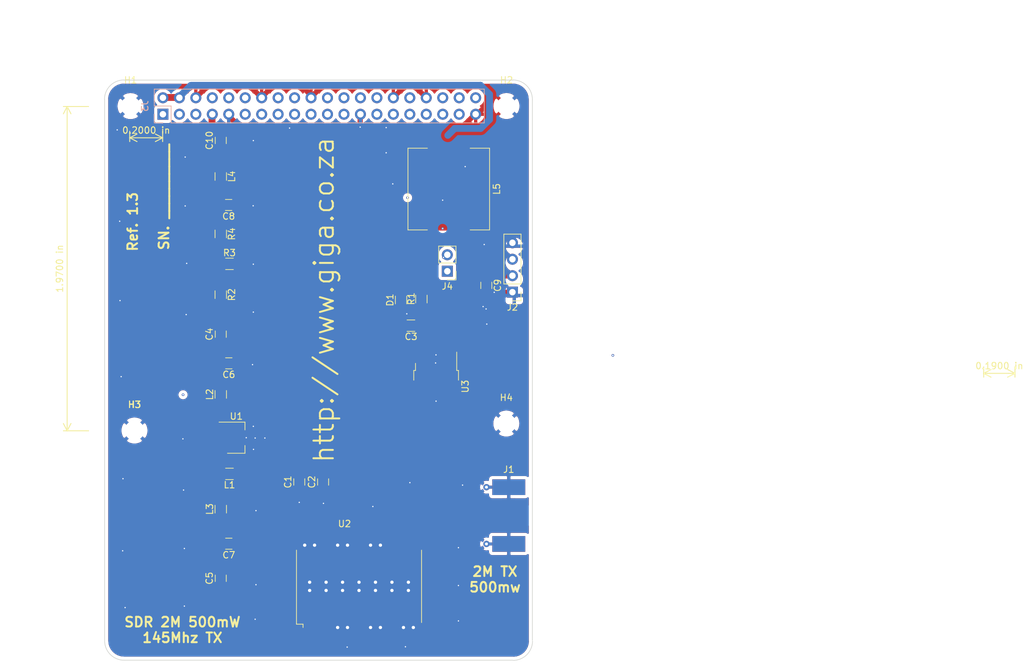
<source format=kicad_pcb>
(kicad_pcb (version 20171130) (host pcbnew "(5.1.9)-1")
  (title_block (title "Africube Transmitter") (date 2019-07-18) (rev V1.0) (company "Giga Technology"))
  (layers (0 F.Cu signal) (31 B.Cu signal) (34 B.Paste user) (35 F.Paste user) (36 B.SilkS user) (37 F.SilkS user) (38 B.Mask user) (39 F.Mask user) (44 Edge.Cuts user))
  (net 0 "")
  (net 1 GND)
  (net 2 +5V)
  (net 3 "Net-(C4-Pad1)")
  (net 4 "Net-(C4-Pad2)")
  (net 5 "Net-(C5-Pad1)")
  (net 6 "Net-(C5-Pad2)")
  (net 7 "Net-(C8-Pad2)")
  (net 8 "Net-(C10-Pad1)")
  (net 9 "Net-(D1-Pad2)")
  (net 10 "Net-(L1-Pad2)")
  (net 11 "Net-(L2-Pad1)")
  (net 12 "Net-(R2-Pad1)")
  (net 13 "Net-(J3-Pad2)")
  (net 14 "Net-(C9-Pad1)")
  (net 15 "Net-(C10-Pad2)")
  (net 16 "Net-(J1-Pad1)")
  (net 17 "Net-(J3-Pad40)")
  (net 18 "Net-(J3-Pad38)")
  (net 19 "Net-(J3-Pad37)")
  (net 20 "Net-(J3-Pad36)")
  (net 21 "Net-(J3-Pad35)")
  (net 22 "Net-(J3-Pad33)")
  (net 23 "Net-(J3-Pad32)")
  (net 24 "Net-(J3-Pad31)")
  (net 25 "Net-(J3-Pad29)")
  (net 26 "Net-(J3-Pad28)")
  (net 27 "Net-(J3-Pad27)")
  (net 28 "Net-(J3-Pad26)")
  (net 29 "Net-(J3-Pad24)")
  (net 30 "Net-(J3-Pad23)")
  (net 31 "Net-(J3-Pad22)")
  (net 32 "Net-(J3-Pad21)")
  (net 33 "Net-(J3-Pad19)")
  (net 34 "Net-(J3-Pad18)")
  (net 35 "Net-(J3-Pad17)")
  (net 36 "Net-(J3-Pad16)")
  (net 37 "Net-(J3-Pad15)")
  (net 38 "Net-(J3-Pad13)")
  (net 39 "Net-(J3-Pad12)")
  (net 40 "Net-(J3-Pad11)")
  (net 41 "Net-(J3-Pad10)")
  (net 42 "Net-(J3-Pad8)")
  (net 43 "Net-(J3-Pad5)")
  (net 44 "Net-(J3-Pad3)")
  (net 45 "Net-(J3-Pad1)")
  (net 46 "Net-(J4-Pad2)")
  (module Resistors_SMD:R_0805_HandSoldering (layer F.Cu) (at 70.33006 61.3918)
    (fp_text reference C3 (at 0.01778 1.70434) (layer F.SilkS))
    (fp_text value OC)
    (fp_line (start 0.6 0.88) (end -0.6 0.88) (layer F.SilkS) (width 0.12))
    (fp_line (start -0.6 -0.88) (end 0.6 -0.88) (layer F.SilkS) (width 0.12))
    (pad 2 smd rect (at 1.35 0) (size 1.5 1.3) (layers F.Cu F.Paste F.Mask))
    (pad 1 smd rect (at -1.35 0) (size 1.5 1.3) (layers F.Cu F.Paste F.Mask))
  )
  (module Resistors_SMD:R_0805_HandSoldering (layer F.Cu) (at 68.80098 57.43448 90)
    (fp_text reference D1 (at 0 -1.7 90) (layer F.SilkS))
    (fp_text value LED)
    (fp_line (start 0.6 0.88) (end -0.6 0.88) (layer F.SilkS) (width 0.12))
    (fp_line (start -0.6 -0.88) (end 0.6 -0.88) (layer F.SilkS) (width 0.12))
    (pad 2 smd rect (at 1.35 0 90) (size 1.5 1.3) (layers F.Cu F.Paste F.Mask))
    (pad 1 smd rect (at -1.35 0 90) (size 1.5 1.3) (layers F.Cu F.Paste F.Mask))
  )
  (module Resistors_SMD:R_0805_HandSoldering (layer F.Cu) (at 71.94296 57.29224 90)
    (fp_text reference R1 (at 0.04572 -1.57226 90) (layer F.SilkS))
    (fp_text value OC)
    (fp_line (start 0.6 0.88) (end -0.6 0.88) (layer F.SilkS) (width 0.12))
    (fp_line (start -0.6 -0.88) (end 0.6 -0.88) (layer F.SilkS) (width 0.12))
    (pad 2 smd rect (at 1.35 0 90) (size 1.5 1.3) (layers F.Cu F.Paste F.Mask))
    (pad 1 smd rect (at -1.35 0 90) (size 1.5 1.3) (layers F.Cu F.Paste F.Mask))
  )
  (module Connector_PinSocket_2.54mm:PinSocket_2x20_P2.54mm_Vertical (layer F.Cu) (at 32.0548 28.77312)
    (fp_text reference J3 (at -2.77 -1.27 90) (layer B.SilkS) (effects (justify mirror)))
    (fp_text value RPi_GPIO)
    (fp_line (start -1.33 0) (end -1.33 1.33) (layer B.SilkS) (width 0.12))
    (fp_line (start -1.33 1.33) (end 0 1.33) (layer B.SilkS) (width 0.12))
    (fp_line (start -1.33 -1.27) (end 1.27 -1.27) (layer B.SilkS) (width 0.12))
    (fp_line (start 1.27 -1.27) (end 1.27 1.33) (layer B.SilkS) (width 0.12))
    (fp_line (start 1.27 1.33) (end 49.59 1.33) (layer B.SilkS) (width 0.12))
    (fp_line (start 49.59 -3.87) (end 49.59 1.33) (layer B.SilkS) (width 0.12))
    (fp_line (start -1.33 -3.87) (end 49.59 -3.87) (layer B.SilkS) (width 0.12))
    (fp_line (start -1.33 -3.87) (end -1.33 -1.27) (layer B.SilkS) (width 0.12))
    (pad 1 thru_hole rect (at 0 0 270) (size 1.7 1.7) (drill 1) (layers *.Cu *.Mask) (net 45 "Net-(J3-Pad1)"))
    (pad 2 thru_hole oval (at 0 -2.54 270) (size 1.7 1.7) (drill 1) (layers *.Cu *.Mask) (net 13 "Net-(J3-Pad2)"))
    (pad 3 thru_hole oval (at 2.54 0 270) (size 1.7 1.7) (drill 1) (layers *.Cu *.Mask) (net 44 "Net-(J3-Pad3)"))
    (pad 4 thru_hole oval (at 2.54 -2.54 270) (size 1.7 1.7) (drill 1) (layers *.Cu *.Mask) (net 13 "Net-(J3-Pad2)"))
    (pad 5 thru_hole oval (at 5.08 0 270) (size 1.7 1.7) (drill 1) (layers *.Cu *.Mask) (net 43 "Net-(J3-Pad5)"))
    (pad 6 thru_hole oval (at 5.08 -2.54 270) (size 1.7 1.7) (drill 1) (layers *.Cu *.Mask) (net 1 GND))
    (pad 7 thru_hole oval (at 7.62 0 270) (size 1.7 1.7) (drill 1) (layers *.Cu *.Mask) (net 15 "Net-(C10-Pad2)"))
    (pad 8 thru_hole oval (at 7.62 -2.54 270) (size 1.7 1.7) (drill 1) (layers *.Cu *.Mask) (net 42 "Net-(J3-Pad8)"))
    (pad 9 thru_hole oval (at 10.16 0 270) (size 1.7 1.7) (drill 1) (layers *.Cu *.Mask) (net 1 GND))
    (pad 10 thru_hole oval (at 10.16 -2.54 270) (size 1.7 1.7) (drill 1) (layers *.Cu *.Mask) (net 41 "Net-(J3-Pad10)"))
    (pad 11 thru_hole oval (at 12.7 0 270) (size 1.7 1.7) (drill 1) (layers *.Cu *.Mask) (net 40 "Net-(J3-Pad11)"))
    (pad 12 thru_hole oval (at 12.7 -2.54 270) (size 1.7 1.7) (drill 1) (layers *.Cu *.Mask) (net 39 "Net-(J3-Pad12)"))
    (pad 13 thru_hole oval (at 15.24 0 270) (size 1.7 1.7) (drill 1) (layers *.Cu *.Mask) (net 38 "Net-(J3-Pad13)"))
    (pad 14 thru_hole oval (at 15.24 -2.54 270) (size 1.7 1.7) (drill 1) (layers *.Cu *.Mask) (net 1 GND))
    (pad 15 thru_hole oval (at 17.78 0 270) (size 1.7 1.7) (drill 1) (layers *.Cu *.Mask) (net 37 "Net-(J3-Pad15)"))
    (pad 16 thru_hole oval (at 17.78 -2.54 270) (size 1.7 1.7) (drill 1) (layers *.Cu *.Mask) (net 36 "Net-(J3-Pad16)"))
    (pad 17 thru_hole oval (at 20.32 0 270) (size 1.7 1.7) (drill 1) (layers *.Cu *.Mask) (net 35 "Net-(J3-Pad17)"))
    (pad 18 thru_hole oval (at 20.32 -2.54 270) (size 1.7 1.7) (drill 1) (layers *.Cu *.Mask) (net 34 "Net-(J3-Pad18)"))
    (pad 19 thru_hole oval (at 22.86 0 270) (size 1.7 1.7) (drill 1) (layers *.Cu *.Mask) (net 33 "Net-(J3-Pad19)"))
    (pad 20 thru_hole oval (at 22.86 -2.54 270) (size 1.7 1.7) (drill 1) (layers *.Cu *.Mask) (net 1 GND))
    (pad 21 thru_hole oval (at 25.4 0 270) (size 1.7 1.7) (drill 1) (layers *.Cu *.Mask) (net 32 "Net-(J3-Pad21)"))
    (pad 22 thru_hole oval (at 25.4 -2.54 270) (size 1.7 1.7) (drill 1) (layers *.Cu *.Mask) (net 31 "Net-(J3-Pad22)"))
    (pad 23 thru_hole oval (at 27.94 0 270) (size 1.7 1.7) (drill 1) (layers *.Cu *.Mask) (net 30 "Net-(J3-Pad23)"))
    (pad 24 thru_hole oval (at 27.94 -2.54 270) (size 1.7 1.7) (drill 1) (layers *.Cu *.Mask) (net 29 "Net-(J3-Pad24)"))
    (pad 25 thru_hole oval (at 30.48 0 270) (size 1.7 1.7) (drill 1) (layers *.Cu *.Mask) (net 1 GND))
    (pad 26 thru_hole oval (at 30.48 -2.54 270) (size 1.7 1.7) (drill 1) (layers *.Cu *.Mask) (net 28 "Net-(J3-Pad26)"))
    (pad 27 thru_hole oval (at 33.02 0 270) (size 1.7 1.7) (drill 1) (layers *.Cu *.Mask) (net 27 "Net-(J3-Pad27)"))
    (pad 28 thru_hole oval (at 33.02 -2.54 270) (size 1.7 1.7) (drill 1) (layers *.Cu *.Mask) (net 26 "Net-(J3-Pad28)"))
    (pad 29 thru_hole oval (at 35.56 0 270) (size 1.7 1.7) (drill 1) (layers *.Cu *.Mask) (net 25 "Net-(J3-Pad29)"))
    (pad 30 thru_hole oval (at 35.56 -2.54 270) (size 1.7 1.7) (drill 1) (layers *.Cu *.Mask) (net 1 GND))
    (pad 31 thru_hole oval (at 38.1 0 270) (size 1.7 1.7) (drill 1) (layers *.Cu *.Mask) (net 24 "Net-(J3-Pad31)"))
    (pad 32 thru_hole oval (at 38.1 -2.54 270) (size 1.7 1.7) (drill 1) (layers *.Cu *.Mask) (net 23 "Net-(J3-Pad32)"))
    (pad 33 thru_hole oval (at 40.64 0 270) (size 1.7 1.7) (drill 1) (layers *.Cu *.Mask) (net 22 "Net-(J3-Pad33)"))
    (pad 34 thru_hole oval (at 40.64 -2.54 270) (size 1.7 1.7) (drill 1) (layers *.Cu *.Mask) (net 1 GND))
    (pad 35 thru_hole oval (at 43.18 0 270) (size 1.7 1.7) (drill 1) (layers *.Cu *.Mask) (net 21 "Net-(J3-Pad35)"))
    (pad 36 thru_hole oval (at 43.18 -2.54 270) (size 1.7 1.7) (drill 1) (layers *.Cu *.Mask) (net 20 "Net-(J3-Pad36)"))
    (pad 37 thru_hole oval (at 45.72 0 270) (size 1.7 1.7) (drill 1) (layers *.Cu *.Mask) (net 19 "Net-(J3-Pad37)"))
    (pad 38 thru_hole oval (at 45.72 -2.54 270) (size 1.7 1.7) (drill 1) (layers *.Cu *.Mask) (net 18 "Net-(J3-Pad38)"))
    (pad 39 thru_hole oval (at 48.26 0 270) (size 1.7 1.7) (drill 1) (layers *.Cu *.Mask) (net 1 GND))
    (pad 40 thru_hole oval (at 48.26 -2.54 270) (size 1.7 1.7) (drill 1) (layers *.Cu *.Mask) (net 17 "Net-(J3-Pad40)"))
  )
  (module MountingHole:MountingHole_3mm (layer F.Cu) (at 85.04916 76.50286)
    (fp_text reference H4 (at 0 -4) (layer F.SilkS))
    (fp_text value 3mm_hole)
    (pad 1 np_thru_hole circle (at 0 0) (size 3 3) (drill 3) (layers *.Cu *.Mask) (net 1 GND))
  )
  (module MountingHole:MountingHole_3mm (layer F.Cu) (at 27.66876 77.57966)
    (fp_text reference H3 (at 0 -4) (layer F.SilkS))
    (fp_text value 3mm_hole)
    (pad 1 np_thru_hole circle (at 0 0) (size 3 3) (drill 3) (layers *.Cu *.Mask) (net 1 GND))
  )
  (module MountingHole:MountingHole_3mm (layer F.Cu) (at 27.66876 77.57966)
    (fp_text reference H3 (at 0 -4) (layer F.SilkS))
    (fp_text value 3mm_hole)
    (pad 1 np_thru_hole circle (at 0 0) (size 3 3) (drill 3) (layers *.Cu *.Mask) (net 1 GND))
  )
  (module MountingHole:MountingHole_3mm (layer F.Cu) (at 27.66876 77.57966)
    (fp_text reference H3 (at 0 -4) (layer F.SilkS))
    (fp_text value 3mm_hole)
    (pad 1 np_thru_hole circle (at 0 0) (size 3 3) (drill 3) (layers *.Cu *.Mask) (net 1 GND))
  )
  (module MountingHole:MountingHole_3mm (layer F.Cu) (at 27.66876 77.57966)
    (fp_text reference H3 (at 0 -4) (layer F.SilkS))
    (fp_text value 3mm_hole)
    (pad 1 np_thru_hole circle (at 0 0) (size 3 3) (drill 3) (layers *.Cu *.Mask) (net 1 GND))
  )
  (module MountingHole:MountingHole_3mm (layer F.Cu) (at 85.07456 27.50626)
    (fp_text reference H2 (at 0 -4) (layer F.SilkS))
    (fp_text value 3mm_hole)
    (pad 1 np_thru_hole circle (at 0 0) (size 3 3) (drill 3) (layers *.Cu *.Mask) (net 1 GND))
  )
  (module MountingHole:MountingHole_3mm (layer F.Cu) (at 27.05916 27.51626)
    (fp_text reference H1 (at 0 -4) (layer F.SilkS))
    (fp_text value 3mm_hole)
    (pad 1 np_thru_hole circle (at 0 0) (size 3 3) (drill 3) (layers *.Cu *.Mask) (net 1 GND))
  )
  (module Capacitors_SMD:C_0805_HandSoldering (layer F.Cu) (at 53.09616 85.51926 90)
    (fp_text reference C1 (at 0 -1.75 90) (layer F.SilkS))
    (fp_text value 100nF)
    (fp_line (start 0.5 -0.85) (end -0.5 -0.85) (layer F.SilkS) (width 0.12))
    (fp_line (start -0.5 0.85) (end 0.5 0.85) (layer F.SilkS) (width 0.12))
    (pad 1 smd rect (at -1.25 0 90) (size 1.5 1.25) (layers F.Cu F.Paste F.Mask) (net 1 GND))
    (pad 2 smd rect (at 1.25 0 90) (size 1.5 1.25) (layers F.Cu F.Paste F.Mask) (net 2 +5V))
  )
  (module Capacitors_SMD:C_0805_HandSoldering (layer F.Cu) (at 56.77916 85.51926 90)
    (fp_text reference C2 (at 0 -1.75 90) (layer F.SilkS))
    (fp_text value 100pF)
    (fp_line (start 0.5 -0.85) (end -0.5 -0.85) (layer F.SilkS) (width 0.12))
    (fp_line (start -0.5 0.85) (end 0.5 0.85) (layer F.SilkS) (width 0.12))
    (pad 1 smd rect (at -1.25 0 90) (size 1.5 1.25) (layers F.Cu F.Paste F.Mask) (net 1 GND))
    (pad 2 smd rect (at 1.25 0 90) (size 1.5 1.25) (layers F.Cu F.Paste F.Mask) (net 2 +5V))
  )
  (module Capacitors_SMD:C_0805_HandSoldering (layer F.Cu) (at 40.98036 62.71006 90)
    (fp_text reference C4 (at 0 -1.75 90) (layer F.SilkS))
    (fp_text value 100pF)
    (fp_line (start 0.5 -0.85) (end -0.5 -0.85) (layer F.SilkS) (width 0.12))
    (fp_line (start -0.5 0.85) (end 0.5 0.85) (layer F.SilkS) (width 0.12))
    (pad 1 smd rect (at -1.25 0 90) (size 1.5 1.25) (layers F.Cu F.Paste F.Mask) (net 3 "Net-(C4-Pad1)"))
    (pad 2 smd rect (at 1.25 0 90) (size 1.5 1.25) (layers F.Cu F.Paste F.Mask) (net 4 "Net-(C4-Pad2)"))
  )
  (module Capacitors_SMD:C_0805_HandSoldering (layer F.Cu) (at 40.98036 100.37826 90)
    (fp_text reference C5 (at 0 -1.75 90) (layer F.SilkS))
    (fp_text value 100pF)
    (fp_line (start 0.5 -0.85) (end -0.5 -0.85) (layer F.SilkS) (width 0.12))
    (fp_line (start -0.5 0.85) (end 0.5 0.85) (layer F.SilkS) (width 0.12))
    (pad 1 smd rect (at -1.25 0 90) (size 1.5 1.25) (layers F.Cu F.Paste F.Mask) (net 5 "Net-(C5-Pad1)"))
    (pad 2 smd rect (at 1.25 0 90) (size 1.5 1.25) (layers F.Cu F.Paste F.Mask) (net 6 "Net-(C5-Pad2)"))
  )
  (module Capacitors_SMD:C_0805_HandSoldering (layer F.Cu) (at 42.22496 67.20586 180)
    (fp_text reference C6 (at 0 -1.75 180) (layer F.SilkS))
    (fp_text value 12pF)
    (fp_line (start 0.5 -0.85) (end -0.5 -0.85) (layer F.SilkS) (width 0.12))
    (fp_line (start -0.5 0.85) (end 0.5 0.85) (layer F.SilkS) (width 0.12))
    (pad 1 smd rect (at -1.25 0 180) (size 1.5 1.25) (layers F.Cu F.Paste F.Mask) (net 1 GND))
    (pad 2 smd rect (at 1.25 0 180) (size 1.5 1.25) (layers F.Cu F.Paste F.Mask) (net 3 "Net-(C4-Pad1)"))
  )
  (module Capacitors_SMD:C_0805_HandSoldering (layer F.Cu) (at 42.22496 95.04426 180)
    (fp_text reference C7 (at 0 -1.75 180) (layer F.SilkS))
    (fp_text value 22pF)
    (fp_line (start 0.5 -0.85) (end -0.5 -0.85) (layer F.SilkS) (width 0.12))
    (fp_line (start -0.5 0.85) (end 0.5 0.85) (layer F.SilkS) (width 0.12))
    (pad 1 smd rect (at -1.25 0 180) (size 1.5 1.25) (layers F.Cu F.Paste F.Mask) (net 1 GND))
    (pad 2 smd rect (at 1.25 0 180) (size 1.5 1.25) (layers F.Cu F.Paste F.Mask) (net 6 "Net-(C5-Pad2)"))
  )
  (module Capacitors_SMD:C_0805_HandSoldering (layer F.Cu) (at 42.19956 42.77106 180)
    (fp_text reference C8 (at 0 -1.75 180) (layer F.SilkS))
    (fp_text value 10pF)
    (fp_line (start 0.5 -0.85) (end -0.5 -0.85) (layer F.SilkS) (width 0.12))
    (fp_line (start -0.5 0.85) (end 0.5 0.85) (layer F.SilkS) (width 0.12))
    (pad 1 smd rect (at -1.25 0 180) (size 1.5 1.25) (layers F.Cu F.Paste F.Mask) (net 1 GND))
    (pad 2 smd rect (at 1.25 0 180) (size 1.5 1.25) (layers F.Cu F.Paste F.Mask) (net 7 "Net-(C8-Pad2)"))
  )
  (module Capacitors_SMD:C_0805_HandSoldering (layer F.Cu) (at 81.95818 55.1815 270)
    (fp_text reference C9 (at 0 -1.75 270) (layer F.SilkS))
    (fp_text value "4.7uF 16V")
    (fp_line (start 0.5 -0.85) (end -0.5 -0.85) (layer F.SilkS) (width 0.12))
    (fp_line (start -0.5 0.85) (end 0.5 0.85) (layer F.SilkS) (width 0.12))
    (pad 1 smd rect (at -1.25 0 270) (size 1.5 1.25) (layers F.Cu F.Paste F.Mask) (net 14 "Net-(C9-Pad1)"))
    (pad 2 smd rect (at 1.25 0 270) (size 1.5 1.25) (layers F.Cu F.Paste F.Mask) (net 1 GND))
  )
  (module Capacitors_SMD:C_0805_HandSoldering (layer F.Cu) (at 40.98036 32.81426 90)
    (fp_text reference C10 (at 0 -1.75 90) (layer F.SilkS))
    (fp_text value 100pF)
    (fp_line (start 0.5 -0.85) (end -0.5 -0.85) (layer F.SilkS) (width 0.12))
    (fp_line (start -0.5 0.85) (end 0.5 0.85) (layer F.SilkS) (width 0.12))
    (pad 1 smd rect (at -1.25 0 90) (size 1.5 1.25) (layers F.Cu F.Paste F.Mask) (net 8 "Net-(C10-Pad1)"))
    (pad 2 smd rect (at 1.25 0 90) (size 1.5 1.25) (layers F.Cu F.Paste F.Mask) (net 15 "Net-(C10-Pad2)"))
  )
  (module Connectors_Molex:Molex_SMA_Jack_Edge_Mount (layer F.Cu) (at 83.70316 90.70086 180)
    (fp_text reference J1 (at -1.72 7.11 180) (layer F.SilkS))
    (fp_text value "SMA Edge FM")
    (pad 1 smd rect (at -1.72 0 180) (size 5.08 2.29) (layers F.Cu F.Paste F.Mask) (net 16 "Net-(J1-Pad1)"))
    (pad 2 smd rect (at -1.72 -4.38 180) (size 5.08 2.42) (layers F.Cu F.Paste F.Mask) (net 1 GND))
    (pad 2 smd rect (at -1.72 4.38 180) (size 5.08 2.42) (layers F.Cu F.Paste F.Mask) (net 1 GND))
    (pad 2 smd rect (at -1.72 -4.38 180) (size 5.08 2.42) (layers B.Cu B.Paste B.Mask) (net 1 GND))
    (pad 2 smd rect (at -1.72 4.38 180) (size 5.08 2.42) (layers B.Cu B.Paste B.Mask) (net 1 GND))
    (pad 2 thru_hole circle (at 1.72 -4.38 180) (size 0.97 0.97) (drill 0.46) (layers *.Cu) (net 1 GND))
    (pad 2 thru_hole circle (at 1.72 4.38 180) (size 0.97 0.97) (drill 0.46) (layers *.Cu) (net 1 GND))
    (pad 2 smd rect (at 1.27 -4.38 180) (size 0.89 0.46) (layers F.Cu) (net 1 GND))
    (pad 2 smd rect (at 1.27 4.38 180) (size 0.89 0.46) (layers F.Cu) (net 1 GND))
    (pad 2 smd rect (at 1.27 -4.38 180) (size 0.89 0.46) (layers B.Cu) (net 1 GND))
    (pad 2 smd rect (at 1.27 4.38 180) (size 0.89 0.46) (layers B.Cu) (net 1 GND))
  )
  (module Socket_Strips:Socket_Strip_Straight_1x04_Pitch2.54mm (layer F.Cu) (at 85.9917 56.22798 180)
    (fp_text reference J2 (at 0 -2.33 180) (layer F.SilkS))
    (fp_text value Conn_01x04)
    (fp_line (start -1.33 1.27) (end -1.33 8.95) (layer F.SilkS) (width 0.12))
    (fp_line (start -1.33 8.95) (end 1.33 8.95) (layer F.SilkS) (width 0.12))
    (fp_line (start 1.33 8.95) (end 1.33 1.27) (layer F.SilkS) (width 0.12))
    (fp_line (start 1.33 1.27) (end -1.33 1.27) (layer F.SilkS) (width 0.12))
    (fp_line (start -1.33 0) (end -1.33 -1.33) (layer F.SilkS) (width 0.12))
    (fp_line (start -1.33 -1.33) (end 0 -1.33) (layer F.SilkS) (width 0.12))
    (pad 1 thru_hole rect (at 0 0 180) (size 1.7 1.7) (drill 1) (layers *.Cu *.Mask) (net 1 GND))
    (pad 2 thru_hole oval (at 0 2.54 180) (size 1.7 1.7) (drill 1) (layers *.Cu *.Mask) (net 14 "Net-(C9-Pad1)"))
    (pad 3 thru_hole oval (at 0 5.08 180) (size 1.7 1.7) (drill 1) (layers *.Cu *.Mask) (net 2 +5V))
    (pad 4 thru_hole oval (at 0 7.62 180) (size 1.7 1.7) (drill 1) (layers *.Cu *.Mask) (net 1 GND))
  )
  (module Resistors_SMD:R_0805_HandSoldering (layer F.Cu) (at 42.32656 84.27466 180)
    (fp_text reference L1 (at 0 -1.7 180) (layer F.SilkS))
    (fp_text value 12nH)
    (fp_line (start 0.6 0.88) (end -0.6 0.88) (layer F.SilkS) (width 0.12))
    (fp_line (start -0.6 -0.88) (end 0.6 -0.88) (layer F.SilkS) (width 0.12))
    (pad 1 smd rect (at -1.35 0 180) (size 1.5 1.3) (layers F.Cu F.Paste F.Mask) (net 2 +5V))
    (pad 2 smd rect (at 1.35 0 180) (size 1.5 1.3) (layers F.Cu F.Paste F.Mask) (net 10 "Net-(L1-Pad2)"))
  )
  (module Resistors_SMD:R_0805_HandSoldering (layer F.Cu) (at 40.98036 72.00646 90)
    (fp_text reference L2 (at 0 -1.7 90) (layer F.SilkS))
    (fp_text value 0)
    (fp_line (start 0.6 0.88) (end -0.6 0.88) (layer F.SilkS) (width 0.12))
    (fp_line (start -0.6 -0.88) (end 0.6 -0.88) (layer F.SilkS) (width 0.12))
    (pad 1 smd rect (at -1.35 0 90) (size 1.5 1.3) (layers F.Cu F.Paste F.Mask) (net 11 "Net-(L2-Pad1)"))
    (pad 2 smd rect (at 1.35 0 90) (size 1.5 1.3) (layers F.Cu F.Paste F.Mask) (net 3 "Net-(C4-Pad1)"))
  )
  (module Resistors_SMD:R_0805_HandSoldering (layer F.Cu) (at 40.98036 89.71026 90)
    (fp_text reference L3 (at 0 -1.7 90) (layer F.SilkS))
    (fp_text value 0)
    (fp_line (start 0.6 0.88) (end -0.6 0.88) (layer F.SilkS) (width 0.12))
    (fp_line (start -0.6 -0.88) (end 0.6 -0.88) (layer F.SilkS) (width 0.12))
    (pad 1 smd rect (at -1.35 0 90) (size 1.5 1.3) (layers F.Cu F.Paste F.Mask) (net 6 "Net-(C5-Pad2)"))
    (pad 2 smd rect (at 1.35 0 90) (size 1.5 1.3) (layers F.Cu F.Paste F.Mask) (net 10 "Net-(L1-Pad2)"))
  )
  (module Resistors_SMD:R_0805_HandSoldering (layer F.Cu) (at 40.98036 38.37686 270)
    (fp_text reference L4 (at 0 -1.7 270) (layer F.SilkS))
    (fp_text value 0)
    (fp_line (start 0.6 0.88) (end -0.6 0.88) (layer F.SilkS) (width 0.12))
    (fp_line (start -0.6 -0.88) (end 0.6 -0.88) (layer F.SilkS) (width 0.12))
    (pad 1 smd rect (at -1.35 0 270) (size 1.5 1.3) (layers F.Cu F.Paste F.Mask) (net 8 "Net-(C10-Pad1)"))
    (pad 2 smd rect (at 1.35 0 270) (size 1.5 1.3) (layers F.Cu F.Paste F.Mask) (net 7 "Net-(C8-Pad2)"))
  )
  (module Resistors_SMD:R_0805_HandSoldering (layer F.Cu) (at 40.98036 56.61406 270)
    (fp_text reference R2 (at 0 -1.7 270) (layer F.SilkS))
    (fp_text value 0)
    (fp_line (start 0.6 0.88) (end -0.6 0.88) (layer F.SilkS) (width 0.12))
    (fp_line (start -0.6 -0.88) (end 0.6 -0.88) (layer F.SilkS) (width 0.12))
    (pad 1 smd rect (at -1.35 0 270) (size 1.5 1.3) (layers F.Cu F.Paste F.Mask) (net 12 "Net-(R2-Pad1)"))
    (pad 2 smd rect (at 1.35 0 270) (size 1.5 1.3) (layers F.Cu F.Paste F.Mask) (net 4 "Net-(C4-Pad2)"))
  )
  (module Resistors_SMD:R_0805_HandSoldering (layer F.Cu) (at 42.32656 51.86426)
    (fp_text reference R3 (at 0 -1.7) (layer F.SilkS))
    (fp_text value OC)
    (fp_line (start 0.6 0.88) (end -0.6 0.88) (layer F.SilkS) (width 0.12))
    (fp_line (start -0.6 -0.88) (end 0.6 -0.88) (layer F.SilkS) (width 0.12))
    (pad 1 smd rect (at -1.35 0) (size 1.5 1.3) (layers F.Cu F.Paste F.Mask) (net 12 "Net-(R2-Pad1)"))
    (pad 2 smd rect (at 1.35 0) (size 1.5 1.3) (layers F.Cu F.Paste F.Mask) (net 1 GND))
  )
  (module Resistors_SMD:R_0805_HandSoldering (layer F.Cu) (at 40.98036 47.24146 270)
    (fp_text reference R4 (at 0 -1.7 270) (layer F.SilkS))
    (fp_text value 0)
    (fp_line (start 0.6 0.88) (end -0.6 0.88) (layer F.SilkS) (width 0.12))
    (fp_line (start -0.6 -0.88) (end 0.6 -0.88) (layer F.SilkS) (width 0.12))
    (pad 1 smd rect (at -1.35 0 270) (size 1.5 1.3) (layers F.Cu F.Paste F.Mask) (net 7 "Net-(C8-Pad2)"))
    (pad 2 smd rect (at 1.35 0 270) (size 1.5 1.3) (layers F.Cu F.Paste F.Mask) (net 12 "Net-(R2-Pad1)"))
  )
  (module TO_SOT_Packages_SMD:SOT-89-3_Handsoldering (layer F.Cu) (at 42.93616 78.68666)
    (fp_text reference U1 (at 0.45 -3.3) (layer F.SilkS))
    (fp_text value TQP7M9105)
    (fp_line (start 1.78 1.2) (end 1.78 2.4) (layer F.SilkS) (width 0.12))
    (fp_line (start 1.78 2.4) (end -0.92 2.4) (layer F.SilkS) (width 0.12))
    (fp_line (start -2.22 -2.4) (end 1.78 -2.4) (layer F.SilkS) (width 0.12))
    (fp_line (start 1.78 -2.4) (end 1.78 -1.2) (layer F.SilkS) (width 0.12))
    (pad 1 smd rect (at -1.98 -1.5 270) (size 1 2.5) (layers F.Cu F.Paste F.Mask) (net 11 "Net-(L2-Pad1)"))
    (pad 2 smd rect (at -1.98 0 270) (size 1 2.5) (layers F.Cu F.Paste F.Mask) (net 1 GND))
    (pad 3 smd rect (at -1.98 1.5 270) (size 1 2.5) (layers F.Cu F.Paste F.Mask) (net 10 "Net-(L1-Pad2)"))
    (pad 2 smd rect (at 1.98 0 270) (size 2 4) (layers F.Cu F.Paste F.Mask) (net 1 GND))
    (pad 2 smd trapezoid (at -0.37 0 90) (size 1.5 0.75) (rect_delta 0 0.5) (layers F.Cu F.Paste F.Mask) (net 1 GND))
  )
  (module Pin_Headers:Pin_Header_Straight_1x02_Pitch2.54mm (layer F.Cu) (at 75.94346 52.9971 180)
    (fp_text reference J4 (at 0 -2.33 180) (layer F.SilkS))
    (fp_text value Conn_01x02)
    (fp_line (start -1.33 3.87) (end 1.33 3.87) (layer F.SilkS) (width 0.12))
    (fp_line (start -1.33 1.27) (end -1.33 3.87) (layer F.SilkS) (width 0.12))
    (fp_line (start 1.33 1.27) (end 1.33 3.87) (layer F.SilkS) (width 0.12))
    (fp_line (start -1.33 1.27) (end 1.33 1.27) (layer F.SilkS) (width 0.12))
    (fp_line (start -1.33 0) (end -1.33 -1.33) (layer F.SilkS) (width 0.12))
    (fp_line (start -1.33 -1.33) (end 0 -1.33) (layer F.SilkS) (width 0.12))
    (pad 1 thru_hole rect (at 0 0 180) (size 1.7 1.7) (drill 1) (layers *.Cu *.Mask) (net 9 "Net-(D1-Pad2)"))
    (pad 2 thru_hole oval (at 0 2.54 180) (size 1.7 1.7) (drill 1) (layers *.Cu *.Mask) (net 46 "Net-(J4-Pad2)"))
  )
  (module mini_filter:Mini-Circuits_HF1139_LandPatternPL-230 (layer F.Cu) (at 62.31636 101.62286 90)
    (fp_text reference U2 (at 9.652 -2.2352 180) (layer F.SilkS))
    (fp_text value SXBP-150+)
    (fp_line (start 5.588 -9.652) (end -5.842 -9.652) (layer F.SilkS) (width 0.12))
    (fp_line (start -5.842 -9.652) (end -5.842 -8.636) (layer F.SilkS) (width 0.12))
    (fp_line (start 5.588 9.652) (end -5.588 9.652) (layer F.SilkS) (width 0.12))
    (fp_line (start -5.842 -8.636) (end -6.35 -8.636) (layer F.SilkS) (width 0.12))
    (pad 1 smd rect (at -5.2705 -7.62) (size 1.524 1.397) (layers F.Cu F.Paste F.Mask) (net 5 "Net-(C5-Pad1)") (clearance 3.3782))
    (pad 2 smd rect (at 5.2705 -7.62) (size 1.524 1.397) (layers F.Cu F.Paste F.Mask) (net 1 GND))
    (pad 3 smd rect (at -5.2705 -2.54) (size 1.524 1.397) (layers F.Cu F.Paste F.Mask) (net 1 GND))
    (pad 4 smd rect (at 5.2705 -2.54) (size 1.524 1.397) (layers F.Cu F.Paste F.Mask) (net 1 GND))
    (pad 5 smd rect (at -5.2705 2.54) (size 1.524 1.397) (layers F.Cu F.Paste F.Mask) (net 1 GND))
    (pad 6 smd rect (at 5.2705 2.54) (size 1.524 1.397) (layers F.Cu F.Paste F.Mask) (net 1 GND))
    (pad 7 smd rect (at -5.2705 7.62) (size 1.524 1.397) (layers F.Cu F.Paste F.Mask) (net 1 GND))
    (pad 8 smd rect (at 5.2705 7.62) (size 1.524 1.397) (layers F.Cu F.Paste F.Mask) (net 16 "Net-(J1-Pad1)") (clearance 3.3782))
    (pad 7 thru_hole circle (at -6.35 6.858) (size 1.016 1.016) (drill 0.508) (layers *.Cu) (net 1 GND))
    (pad 7 thru_hole circle (at -6.35 8.382) (size 1.016 1.016) (drill 0.508) (layers *.Cu) (net 1 GND))
    (pad 5 thru_hole circle (at -6.35 3.302) (size 1.016 1.016) (drill 0.508) (layers *.Cu) (net 1 GND))
    (pad 5 thru_hole circle (at -6.35 1.778) (size 1.016 1.016) (drill 0.508) (layers *.Cu) (net 1 GND))
    (pad 6 thru_hole circle (at 6.35 1.778) (size 1.016 1.016) (drill 0.508) (layers *.Cu) (net 1 GND))
    (pad 6 thru_hole circle (at 6.35 3.302) (size 1.016 1.016) (drill 0.508) (layers *.Cu) (net 1 GND))
    (pad 4 thru_hole circle (at 6.35 -1.778) (size 1.016 1.016) (drill 0.508) (layers *.Cu) (net 1 GND))
    (pad 4 thru_hole circle (at 6.35 -3.302) (size 1.016 1.016) (drill 0.508) (layers *.Cu) (net 1 GND))
    (pad 2 thru_hole circle (at 6.35 -6.858) (size 1.016 1.016) (drill 0.508) (layers *.Cu) (net 1 GND))
    (pad 2 thru_hole circle (at 6.35 -8.382) (size 1.016 1.016) (drill 0.508) (layers *.Cu) (net 1 GND))
    (pad 3 thru_hole circle (at -6.35 -3.302) (size 1.016 1.016) (drill 0.508) (layers *.Cu) (net 1 GND))
    (pad 3 thru_hole circle (at -6.35 -1.778) (size 1.016 1.016) (drill 0.508) (layers *.Cu) (net 1 GND))
    (pad 7 thru_hole circle (at -0.635 0) (size 1.016 1.016) (drill 0.508) (layers *.Cu) (net 1 GND))
    (pad 7 thru_hole circle (at 0.635 0) (size 1.016 1.016) (drill 0.508) (layers *.Cu) (net 1 GND))
    (pad 7 thru_hole circle (at 0.635 2.54) (size 1.016 1.016) (drill 0.508) (layers *.Cu) (net 1 GND))
    (pad 7 thru_hole circle (at -0.635 2.54) (size 1.016 1.016) (drill 0.508) (layers *.Cu) (net 1 GND))
    (pad 7 thru_hole circle (at -0.635 5.08) (size 1.016 1.016) (drill 0.508) (layers *.Cu) (net 1 GND))
    (pad 7 thru_hole circle (at 0.635 5.08) (size 1.016 1.016) (drill 0.508) (layers *.Cu) (net 1 GND))
    (pad 7 thru_hole circle (at 0.635 7.62) (size 1.016 1.016) (drill 0.508) (layers *.Cu) (net 1 GND))
    (pad 7 thru_hole circle (at -0.635 7.62) (size 1.016 1.016) (drill 0.508) (layers *.Cu) (net 1 GND))
    (pad 7 thru_hole circle (at 0.635 -2.54) (size 1.016 1.016) (drill 0.508) (layers *.Cu) (net 1 GND))
    (pad 7 thru_hole circle (at -0.635 -2.54) (size 1.016 1.016) (drill 0.508) (layers *.Cu) (net 1 GND))
    (pad 7 thru_hole circle (at -0.635 -5.08) (size 1.016 1.016) (drill 0.508) (layers *.Cu) (net 1 GND))
    (pad 7 thru_hole circle (at 0.635 -5.08) (size 1.016 1.016) (drill 0.508) (layers *.Cu) (net 1 GND))
    (pad 7 thru_hole circle (at 0.635 -7.62) (size 1.016 1.016) (drill 0.508) (layers *.Cu) (net 1 GND))
    (pad 7 thru_hole circle (at -0.635 -7.62) (size 1.016 1.016) (drill 0.508) (layers *.Cu) (net 1 GND))
    (pad 7 smd rect (at 0 0) (size 18.796 2.3876) (layers F.Cu) (net 1 GND))
    (pad 7 smd rect (at -4.0259 2.794) (size 13.208 5.6642) (layers F.Cu) (net 1 GND))
    (pad 7 smd rect (at 4.0259 -2.794) (size 13.208 5.6642) (layers F.Cu) (net 1 GND))
  )
  (module TO_SOT_Packages_SMD:TO-252-3_TabPin4 (layer F.Cu) (at 74.21372 70.7771 270)
    (fp_text reference U3 (at 0 -4.5 270) (layer F.SilkS))
    (fp_text value BA178M05FP-E2)
    (fp_line (start -0.97 -3.45) (end -2.47 -3.45) (layer F.SilkS) (width 0.12))
    (fp_line (start -2.47 -3.45) (end -2.47 -3.18) (layer F.SilkS) (width 0.12))
    (fp_line (start -2.47 -3.18) (end -5.3 -3.18) (layer F.SilkS) (width 0.12))
    (fp_line (start -0.97 3.45) (end -2.47 3.45) (layer F.SilkS) (width 0.12))
    (fp_line (start -2.47 3.45) (end -2.47 3.18) (layer F.SilkS) (width 0.12))
    (fp_line (start -2.47 3.18) (end -3.57 3.18) (layer F.SilkS) (width 0.12))
    (pad 1 smd rect (at -4.2 -2.28 270) (size 2.2 1.2) (layers F.Cu F.Paste F.Mask) (net 14 "Net-(C9-Pad1)"))
    (pad 2 smd rect (at -4.2 0 270) (size 2.2 1.2) (layers F.Cu F.Paste F.Mask) (net 1 GND))
    (pad 3 smd rect (at -4.2 2.28 270) (size 2.2 1.2) (layers F.Cu F.Paste F.Mask) (net 2 +5V))
    (pad 4 smd rect (at 2.1 0 270) (size 6.4 5.8) (layers F.Cu F.Mask) (net 1 GND))
    (pad 4 smd rect (at 3.775 1.525 270) (size 3.05 2.75) (layers F.Cu F.Paste) (net 1 GND))
    (pad 4 smd rect (at 0.425 -1.525 270) (size 3.05 2.75) (layers F.Cu F.Paste) (net 1 GND))
    (pad 4 smd rect (at 3.775 -1.525 270) (size 3.05 2.75) (layers F.Cu F.Paste) (net 1 GND))
    (pad 4 smd rect (at 0.425 1.525 270) (size 3.05 2.75) (layers F.Cu F.Paste) (net 1 GND))
  )
  (module Inductor_SMD:L_12x12mm_H8mm (layer F.Cu) (at 76.16698 40.31742 270)
    (fp_text reference L5 (at 0 -7.4 90) (layer F.SilkS))
    (fp_text value 0)
    (fp_line (start 6.3 -6.3) (end 6.3 -3.3) (layer F.SilkS) (width 0.12))
    (fp_line (start -6.3 -6.3) (end 6.3 -6.3) (layer F.SilkS) (width 0.12))
    (fp_line (start -6.3 -3.3) (end -6.3 -6.3) (layer F.SilkS) (width 0.12))
    (fp_line (start -6.3 6.3) (end -6.3 3.3) (layer F.SilkS) (width 0.12))
    (fp_line (start 6.3 6.3) (end -6.3 6.3) (layer F.SilkS) (width 0.12))
    (fp_line (start 6.3 3.3) (end 6.3 6.3) (layer F.SilkS) (width 0.12))
    (pad 1 smd rect (at -4.95 0 270) (size 2.9 5.4) (layers F.Cu F.Paste F.Mask) (net 13 "Net-(J3-Pad2)"))
    (pad 2 smd rect (at 4.95 0 270) (size 2.9 5.4) (layers F.Cu F.Paste F.Mask) (net 46 "Net-(J4-Pad2)"))
  )
  (dimension 50.038 (width 0.15) (layer F.SilkS) (gr_text "50.038 mm" (at 15.98216 52.60086 90) (layer F.SilkS) (effects (font (size 1 1) (thickness 0.15)))) (feature1 (pts (xy 20.58416 27.58186) (xy 16.695739 27.58186))) (feature2 (pts (xy 20.58416 77.61986) (xy 16.695739 77.61986))) (crossbar (pts (xy 17.28216 77.61986) (xy 17.28216 27.58186))) (arrow1a (pts (xy 17.28216 27.58186) (xy 17.868581 28.708364))) (arrow1b (pts (xy 17.28216 27.58186) (xy 16.695739 28.708364))) (arrow2a (pts (xy 17.28216 77.61986) (xy 17.868581 76.493356))) (arrow2b (pts (xy 17.28216 77.61986) (xy 16.695739 76.493356))))
  (dimension 4.826 (width 0.15) (layer F.SilkS) (gr_text "4.826 mm" (at 161.12236 70.05526) (layer F.SilkS) (effects (font (size 1 1) (thickness 0.15)))) (feature1 (pts (xy 163.53536 67.73926) (xy 163.53536 69.341681))) (feature2 (pts (xy 158.70936 67.73926) (xy 158.70936 69.341681))) (crossbar (pts (xy 158.70936 68.75526) (xy 163.53536 68.75526))) (arrow1a (pts (xy 163.53536 68.75526) (xy 162.408856 69.341681))) (arrow1b (pts (xy 163.53536 68.75526) (xy 162.408856 68.168839))) (arrow2a (pts (xy 158.70936 68.75526) (xy 159.835864 69.341681))) (arrow2b (pts (xy 158.70936 68.75526) (xy 159.835864 68.168839))))
  (dimension 5.08 (width 0.15) (layer F.SilkS) (gr_text "5.080 mm" (at 29.47416 33.70786) (layer F.SilkS) (effects (font (size 1 1) (thickness 0.15)))) (feature1 (pts (xy 26.93416 31.39186) (xy 26.93416 32.994281))) (feature2 (pts (xy 32.01416 31.39186) (xy 32.01416 32.994281))) (crossbar (pts (xy 32.01416 32.40786) (xy 26.93416 32.40786))) (arrow1a (pts (xy 26.93416 32.40786) (xy 28.060664 31.821439))) (arrow1b (pts (xy 26.93416 32.40786) (xy 28.060664 32.994281))) (arrow2a (pts (xy 32.01416 32.40786) (xy 30.887656 31.821439))) (arrow2b (pts (xy 32.01416 32.40786) (xy 30.887656 32.994281))))
  (gr_text "SDR 2M 500mW\n145Mhz TX" (at 35.06216 108.35386) (layer F.SilkS) (effects (font (size 1.5 1.5) (thickness 0.3))))
  (gr_text "2M TX\n500mw" (at 83.29676 100.55606) (layer F.SilkS) (effects (font (size 1.5 1.5) (thickness 0.3))))
  (gr_text "SN. __________" (at 32.21736 41.55186 90) (layer F.SilkS) (effects (font (size 1.5 1.5) (thickness 0.3))))
  (gr_text "Ref. 1.3" (at 27.39136 45.36186 90) (layer F.SilkS) (effects (font (size 1.5 1.5) (thickness 0.3))))
  (gr_text http://www.giga.co.za (at 56.90616 57.42686 90) (layer F.SilkS) (effects (font (size 3 3) (thickness 0.3))))
  (gr_line (start 23.065516 26.51046) (end 23.065516 109.94286) (layer Edge.Cuts) (width 0.1))
  (gr_arc (start 26.040116 26.485071) (end 26.040116 23.485071) (angle -90) (layer Edge.Cuts) (width 0.1))
  (gr_line (start 86.065516 23.510471) (end 26.065516 23.510471) (layer Edge.Cuts) (width 0.1))
  (gr_arc (start 86.065516 26.485071) (end 89.065516 26.485071) (angle -90) (layer Edge.Cuts) (width 0.1))
  (gr_line (start 89.065516 26.51046) (end 89.065516 109.94286) (layer Edge.Cuts) (width 0.1))
  (gr_arc (start 26.065516 110.022471) (end 23.065516 110.022471) (angle -90) (layer Edge.Cuts) (width 0.1))
  (gr_line (start 26.03516 113.022471) (end 86.03516 113.022471) (layer Edge.Cuts) (width 0.1))
  (gr_arc (start 86.090916 110.047871) (end 86.090916 113.047871) (angle -89.9) (layer Edge.Cuts) (width 0.1))
  (via (at 35.16376 72.05726) (size 0.4) (drill 0.2) (layers F.Cu B.Cu) (net 0))
  (segment (start 71.80072 56.08448) (end 71.94296 55.94224) (width 0.15) (layer F.Cu) (net 0))
  (segment (start 68.80098 56.08448) (end 71.80072 56.08448) (width 0.15) (layer F.Cu) (net 0))
  (segment (start 68.80098 61.21272) (end 68.98006 61.3918) (width 0.15) (layer F.Cu) (net 0))
  (segment (start 68.80098 58.78448) (end 68.80098 61.21272) (width 0.15) (layer F.Cu) (net 0))
  (segment (start 71.94296 61.1289) (end 71.68006 61.3918) (width 0.15) (layer F.Cu) (net 0))
  (segment (start 71.94296 58.64224) (end 71.94296 61.1289) (width 0.15) (layer F.Cu) (net 0))
  (via (at 66.50736 34.71926) (size 0.4) (drill 0.2) (layers F.Cu B.Cu) (net 1))
  (via (at 78.69936 36.85286) (size 0.4) (drill 0.2) (layers F.Cu B.Cu) (net 1))
  (via (at 81.6356 48.87722) (size 0.4) (drill 0.2) (layers F.Cu B.Cu) (net 1))
  (via (at 75.21956 42.03446) (size 0.4) (drill 0.2) (layers F.Cu B.Cu) (net 1))
  (via (at 82.03184 61.15558) (size 0.4) (drill 0.2) (layers F.Cu B.Cu) (net 1))
  (via (at 69.68744 59.56808) (size 0.4) (drill 0.2) (layers F.Cu B.Cu) (net 1))
  (via (at 74.20356 73.04786) (size 0.4) (drill 0.2) (layers F.Cu B.Cu) (net 1))
  (via (at 69.47916 110.94466) (size 0.4) (drill 0.2) (layers F.Cu B.Cu) (net 1))
  (via (at 60.48756 110.99546) (size 0.4) (drill 0.2) (layers F.Cu B.Cu) (net 1))
  (via (at 26.22296 104.89946) (size 0.4) (drill 0.2) (layers F.Cu B.Cu) (net 1))
  (via (at 25.84196 96.13646) (size 0.4) (drill 0.2) (layers F.Cu B.Cu) (net 1))
  (via (at 25.89276 85.01126) (size 0.4) (drill 0.2) (layers F.Cu B.Cu) (net 1))
  (via (at 25.61336 69.26326) (size 0.4) (drill 0.2) (layers F.Cu B.Cu) (net 1))
  (via (at 25.43556 57.52846) (size 0.4) (drill 0.2) (layers F.Cu B.Cu) (net 1))
  (via (at 25.38476 45.28566) (size 0.4) (drill 0.2) (layers F.Cu B.Cu) (net 1))
  (via (at 25.00376 31.18866) (size 0.4) (drill 0.2) (layers F.Cu B.Cu) (net 1))
  (via (at 51.59756 30.90926) (size 0.4) (drill 0.2) (layers F.Cu B.Cu) (net 1))
  (segment (start 51.59756 30.90926) (end 51.59756 30.83306) (width 0.8) (layer F.Cu) (net 1))
  (via (at 83.18246 56.25338) (size 0.4) (drill 0.2) (layers F.Cu B.Cu) (net 1))
  (segment (start 83.18246 56.25338) (end 83.18246 56.22798) (width 0.8) (layer B.Cu) (net 1))
  (via (at 67.52336 39.51986) (size 0.4) (drill 0.2) (layers F.Cu B.Cu) (net 1))
  (via (at 66.50736 30.83306) (size 0.4) (drill 0.2) (layers F.Cu B.Cu) (net 1))
  (segment (start 66.50736 30.83306) (end 66.50736 30.80766) (width 0.8) (layer B.Cu) (net 1))
  (via (at 74.1934 65.90538) (size 0.4) (drill 0.2) (layers F.Cu B.Cu) (net 1))
  (via (at 74.13244 67.15506) (size 0.4) (drill 0.2) (layers F.Cu B.Cu) (net 1))
  (via (at 81.46542 58.45302) (size 0.4) (drill 0.2) (layers F.Cu B.Cu) (net 1))
  (via (at 81.92516 58.81878) (size 0.4) (drill 0.2) (layers F.Cu B.Cu) (net 1))
  (segment (start 81.9658 58.83148) (end 81.915 58.83148) (width 0.8) (layer B.Cu) (net 1))
  (via (at 77.65796 106.95686) (size 0.4) (drill 0.2) (layers F.Cu B.Cu) (net 1))
  (via (at 77.65796 101.49586) (size 0.4) (drill 0.2) (layers F.Cu B.Cu) (net 1))
  (via (at 77.65796 95.65386) (size 0.4) (drill 0.2) (layers F.Cu B.Cu) (net 1))
  (via (at 64.44996 89.30386) (size 0.4) (drill 0.2) (layers F.Cu B.Cu) (net 1))
  (via (at 70.16496 85.62086) (size 0.4) (drill 0.2) (layers F.Cu B.Cu) (net 1))
  (via (at 78.29296 86.00186) (size 0.4) (drill 0.2) (layers F.Cu B.Cu) (net 1))
  (via (at 46.28896 106.70286) (size 0.4) (drill 0.2) (layers F.Cu B.Cu) (net 1))
  (via (at 46.41596 101.36886) (size 0.4) (drill 0.2) (layers F.Cu B.Cu) (net 1))
  (via (at 46.41596 89.93886) (size 0.4) (drill 0.2) (layers F.Cu B.Cu) (net 1))
  (via (at 35.36696 104.67086) (size 0.4) (drill 0.2) (layers F.Cu B.Cu) (net 1))
  (via (at 35.36696 95.78086) (size 0.4) (drill 0.2) (layers F.Cu B.Cu) (net 1))
  (via (at 35.23996 86.76386) (size 0.4) (drill 0.2) (layers F.Cu B.Cu) (net 1))
  (via (at 35.49396 35.37966) (size 0.4) (drill 0.2) (layers F.Cu B.Cu) (net 1))
  (via (at 35.49396 42.92346) (size 0.4) (drill 0.2) (layers F.Cu B.Cu) (net 1))
  (via (at 35.72256 51.78806) (size 0.4) (drill 0.2) (layers F.Cu B.Cu) (net 1))
  (via (at 35.64636 59.68746) (size 0.4) (drill 0.2) (layers F.Cu B.Cu) (net 1))
  (via (at 35.13836 78.86446) (size 0.4) (drill 0.2) (layers F.Cu B.Cu) (net 1))
  (via (at 56.82996 88.82126) (size 0.4) (drill 0.2) (layers F.Cu B.Cu) (net 1))
  (via (at 53.09616 88.66886) (size 0.4) (drill 0.2) (layers F.Cu B.Cu) (net 1))
  (via (at 47.78756 78.73746) (size 0.4) (drill 0.2) (layers F.Cu B.Cu) (net 1))
  (via (at 46.03496 80.49006) (size 0.4) (drill 0.2) (layers F.Cu B.Cu) (net 1))
  (via (at 46.00956 76.93406) (size 0.4) (drill 0.2) (layers F.Cu B.Cu) (net 1))
  (via (at 46.28896 78.73746) (size 0.4) (drill 0.2) (layers F.Cu B.Cu) (net 1))
  (segment (start 46.28896 78.73746) (end 46.23816 78.68666) (width 0.8) (layer F.Cu) (net 1))
  (segment (start 46.23816 78.68666) (end 44.91616 78.68666) (width 0.8) (layer F.Cu) (net 1))
  (via (at 46.00956 59.30646) (size 0.4) (drill 0.2) (layers F.Cu B.Cu) (net 1))
  (via (at 62.49416 30.75686) (size 0.4) (drill 0.2) (layers F.Cu B.Cu) (net 1))
  (segment (start 62.49416 30.52826) (end 62.26556 30.52826) (width 0.8) (layer F.Cu) (net 1))
  (segment (start 62.26556 30.52826) (end 62.49416 30.75686) (width 0.8) (layer F.Cu) (net 1))
  (via (at 46.00956 32.83966) (size 0.4) (drill 0.2) (layers F.Cu B.Cu) (net 1))
  (via (at 45.98416 42.89806) (size 0.4) (drill 0.2) (layers F.Cu B.Cu) (net 1))
  (segment (start 45.98416 42.89806) (end 46.00956 42.89806) (width 0.8) (layer F.Cu) (net 1))
  (via (at 46.00956 51.91506) (size 0.4) (drill 0.2) (layers F.Cu B.Cu) (net 1))
  (via (at 45.88256 67.40906) (size 0.4) (drill 0.2) (layers F.Cu B.Cu) (net 1))
  (segment (start 45.88256 67.40906) (end 46.00956 67.40906) (width 0.8) (layer F.Cu) (net 1))
  (via (at 44.91616 78.68666) (size 0.4) (drill 0.2) (layers F.Cu B.Cu) (net 1))
  (segment (start 44.91616 78.68666) (end 44.89196 78.68666) (width 0.8) (layer B.Cu) (net 1))
  (segment (start 42.56616 78.68666) (end 44.91616 78.68666) (width 0.8) (layer F.Cu) (net 1))
  (segment (start 53.93436 95.27286) (end 43.70356 95.27286) (width 0.8) (layer F.Cu) (net 1))
  (segment (start 43.70356 95.27286) (end 43.47496 95.04426) (width 0.8) (layer F.Cu) (net 1))
  (segment (start 46.00956 64.66586) (end 46.00956 67.40906) (width 0.8) (layer F.Cu) (net 1))
  (segment (start 46.00956 67.40906) (end 46.00956 76.93406) (width 0.8) (layer F.Cu) (net 1))
  (segment (start 46.00956 76.93406) (end 46.00956 77.59326) (width 0.8) (layer F.Cu) (net 1))
  (segment (start 46.00956 77.59326) (end 44.91616 78.68666) (width 0.8) (layer F.Cu) (net 1))
  (segment (start 46.00956 49.01946) (end 46.00956 51.91506) (width 0.8) (layer F.Cu) (net 1))
  (segment (start 46.00956 51.91506) (end 46.00956 59.30646) (width 0.8) (layer F.Cu) (net 1))
  (segment (start 46.00956 59.30646) (end 46.00956 64.66586) (width 0.8) (layer F.Cu) (net 1))
  (segment (start 46.00956 64.66586) (end 46.00956 64.67126) (width 0.8) (layer F.Cu) (net 1))
  (segment (start 46.00956 64.67126) (end 43.47496 67.20586) (width 0.8) (layer F.Cu) (net 1))
  (segment (start 46.00956 40.21106) (end 46.00956 42.89806) (width 0.8) (layer F.Cu) (net 1))
  (segment (start 46.00956 42.89806) (end 46.00956 49.01946) (width 0.8) (layer F.Cu) (net 1))
  (segment (start 46.00956 49.01946) (end 46.00956 49.53126) (width 0.8) (layer F.Cu) (net 1))
  (segment (start 46.00956 49.53126) (end 43.67656 51.86426) (width 0.8) (layer F.Cu) (net 1))
  (segment (start 42.17416 28.72486) (end 42.17416 29.00426) (width 0.8) (layer F.Cu) (net 1))
  (segment (start 42.17416 29.00426) (end 46.00956 32.83966) (width 0.8) (layer F.Cu) (net 1))
  (segment (start 46.00956 40.21106) (end 43.44956 42.77106) (width 0.8) (layer F.Cu) (net 1))
  (segment (start 46.00956 32.83966) (end 46.00956 40.21106) (width 0.8) (layer F.Cu) (net 1))
  (segment (start 80.27416 28.72486) (end 80.27416 29.02966) (width 0.8) (layer F.Cu) (net 1))
  (segment (start 62.49416 28.72486) (end 62.49416 30.52826) (width 0.8) (layer F.Cu) (net 1))
  (segment (start 62.49416 30.52826) (end 62.49416 30.29966) (width 0.8) (layer F.Cu) (net 1))
  (segment (start 62.49416 30.29966) (end 61.96076 30.83306) (width 0.8) (layer F.Cu) (net 1))
  (segment (start 42.17416 29.00426) (end 44.00296 30.83306) (width 0.8) (layer F.Cu) (net 1))
  (segment (start 44.00296 30.83306) (end 51.59756 30.83306) (width 0.8) (layer F.Cu) (net 1))
  (segment (start 51.59756 30.83306) (end 61.96076 30.83306) (width 0.8) (layer F.Cu) (net 1))
  (segment (start 61.96076 30.83306) (end 66.50736 30.83306) (width 0.8) (layer F.Cu) (net 1))
  (segment (start 66.50736 30.83306) (end 78.16596 30.83306) (width 0.8) (layer F.Cu) (net 1))
  (segment (start 78.16596 30.83306) (end 80.27416 28.72486) (width 0.8) (layer F.Cu) (net 1))
  (segment (start 37.09416 26.18486) (end 37.17036 26.18486) (width 0.8) (layer F.Cu) (net 1))
  (segment (start 37.17036 26.18486) (end 39.04996 24.30526) (width 0.8) (layer F.Cu) (net 1))
  (segment (start 39.04996 24.30526) (end 45.37456 24.30526) (width 0.8) (layer F.Cu) (net 1))
  (segment (start 45.37456 24.30526) (end 47.25416 26.18486) (width 0.8) (layer F.Cu) (net 1))
  (segment (start 54.87416 26.18486) (end 54.87416 25.82926) (width 0.8) (layer F.Cu) (net 1))
  (segment (start 54.87416 25.82926) (end 53.35016 24.30526) (width 0.8) (layer F.Cu) (net 1))
  (segment (start 49.13376 24.30526) (end 47.25416 26.18486) (width 0.8) (layer F.Cu) (net 1))
  (segment (start 53.35016 24.30526) (end 49.13376 24.30526) (width 0.8) (layer F.Cu) (net 1))
  (segment (start 69.50456 24.30526) (end 56.75376 24.30526) (width 0.8) (layer F.Cu) (net 1))
  (segment (start 56.75376 24.30526) (end 54.87416 26.18486) (width 0.8) (layer F.Cu) (net 1))
  (segment (start 80.27416 28.72486) (end 80.62976 28.72486) (width 0.8) (layer F.Cu) (net 1))
  (segment (start 80.62976 28.72486) (end 82.15376 27.20086) (width 0.8) (layer F.Cu) (net 1))
  (segment (start 82.15376 27.20086) (end 82.15376 25.39746) (width 0.8) (layer F.Cu) (net 1))
  (segment (start 82.15376 25.39746) (end 81.08696 24.33066) (width 0.8) (layer F.Cu) (net 1))
  (segment (start 81.08696 24.33066) (end 70.13956 24.33066) (width 0.8) (layer F.Cu) (net 1))
  (segment (start 70.13956 24.33066) (end 70.13956 24.30526) (width 0.8) (layer F.Cu) (net 1))
  (segment (start 67.57416 26.18486) (end 67.62496 26.18486) (width 0.8) (layer F.Cu) (net 1))
  (segment (start 67.62496 26.18486) (end 69.50456 24.30526) (width 0.8) (layer F.Cu) (net 1))
  (segment (start 69.50456 24.30526) (end 70.13956 24.30526) (width 0.8) (layer F.Cu) (net 1))
  (segment (start 70.13956 24.30526) (end 70.77456 24.30526) (width 0.8) (layer F.Cu) (net 1))
  (segment (start 70.77456 24.30526) (end 72.65416 26.18486) (width 0.8) (layer F.Cu) (net 1))
  (segment (start 86.00186 56.25338) (end 83.18246 56.25338) (width 0.8) (layer F.Cu) (net 1))
  (segment (start 82.1363 56.25338) (end 81.95818 56.4315) (width 0.8) (layer F.Cu) (net 1))
  (segment (start 83.18246 56.25338) (end 82.1363 56.25338) (width 0.8) (layer F.Cu) (net 1))
  (segment (start 81.95818 58.78576) (end 81.92516 58.81878) (width 0.8) (layer F.Cu) (net 1))
  (segment (start 81.95818 56.4315) (end 81.95818 58.78576) (width 0.8) (layer F.Cu) (net 1))
  (segment (start 56.77916 84.26926) (end 62.09316 84.26926) (width 0.8) (layer F.Cu) (net 2))
  (segment (start 43.67656 84.27466) (end 53.09076 84.27466) (width 0.8) (layer F.Cu) (net 2))
  (segment (start 53.09076 84.27466) (end 53.09616 84.26926) (width 0.8) (layer F.Cu) (net 2))
  (segment (start 53.09616 84.26926) (end 56.77916 84.26926) (width 0.8) (layer F.Cu) (net 2))
  (segment (start 40.97496 67.20586) (end 40.97496 70.65106) (width 1.05758) (layer F.Cu) (net 3))
  (segment (start 40.97496 70.65106) (end 40.98036 70.65646) (width 1.05758) (layer F.Cu) (net 3))
  (segment (start 40.98036 63.96006) (end 40.98036 67.20046) (width 1.05758) (layer F.Cu) (net 3))
  (segment (start 40.98036 67.20046) (end 40.97496 67.20586) (width 1.05758) (layer F.Cu) (net 3))
  (segment (start 40.98036 57.96406) (end 40.98036 61.46006) (width 1.05758) (layer F.Cu) (net 4))
  (segment (start 54.69636 106.89336) (end 54.69636 109.82706) (width 1.05758) (layer F.Cu) (net 5))
  (segment (start 40.98036 107.79506) (end 40.98036 101.62826) (width 1.05758) (layer F.Cu) (net 5))
  (segment (start 43.95216 110.76686) (end 40.98036 107.79506) (width 1.05758) (layer F.Cu) (net 5))
  (segment (start 53.75656 110.76686) (end 43.95216 110.76686) (width 1.05758) (layer F.Cu) (net 5))
  (segment (start 54.69636 109.82706) (end 53.75656 110.76686) (width 1.05758) (layer F.Cu) (net 5))
  (segment (start 40.98036 101.62826) (end 40.98036 102.08006) (width 1.05758) (layer F.Cu) (net 5))
  (segment (start 54.68366 106.88066) (end 54.69636 106.89336) (width 1.05758) (layer F.Cu) (net 5))
  (segment (start 40.97496 95.04426) (end 40.97496 99.12286) (width 1.05758) (layer F.Cu) (net 6))
  (segment (start 40.97496 99.12286) (end 40.98036 99.12826) (width 1.05758) (layer F.Cu) (net 6))
  (segment (start 40.98036 91.06026) (end 40.98036 95.03886) (width 1.05758) (layer F.Cu) (net 6))
  (segment (start 40.98036 95.03886) (end 40.97496 95.04426) (width 1.05758) (layer F.Cu) (net 6))
  (segment (start 40.94956 42.77106) (end 40.94956 45.86066) (width 1.05758) (layer F.Cu) (net 7))
  (segment (start 40.94956 45.86066) (end 40.98036 45.89146) (width 1.05758) (layer F.Cu) (net 7))
  (segment (start 40.98036 39.72686) (end 40.98036 42.74026) (width 1.05758) (layer F.Cu) (net 7))
  (segment (start 40.98036 42.74026) (end 40.94956 42.77106) (width 1.05758) (layer F.Cu) (net 7))
  (segment (start 40.98036 34.06426) (end 40.98036 37.02686) (width 1.05758) (layer F.Cu) (net 8))
  (segment (start 40.97656 84.27466) (end 40.97656 88.35646) (width 1.05758) (layer F.Cu) (net 10))
  (segment (start 40.97656 88.35646) (end 40.98036 88.36026) (width 1.05758) (layer F.Cu) (net 10))
  (segment (start 40.95616 80.18666) (end 40.95616 84.25426) (width 1.05758) (layer F.Cu) (net 10))
  (segment (start 40.95616 84.25426) (end 40.97656 84.27466) (width 1.05758) (layer F.Cu) (net 10))
  (segment (start 40.98036 73.35646) (end 40.98036 77.16246) (width 1.05758) (layer F.Cu) (net 11))
  (segment (start 40.98036 77.16246) (end 40.95616 77.18666) (width 1.05758) (layer F.Cu) (net 11))
  (segment (start 40.97656 51.86426) (end 40.97656 55.26026) (width 1.05758) (layer F.Cu) (net 12))
  (segment (start 40.97656 55.26026) (end 40.98036 55.26406) (width 1.05758) (layer F.Cu) (net 12))
  (segment (start 40.98036 48.59146) (end 40.98036 51.86046) (width 1.05758) (layer F.Cu) (net 12))
  (segment (start 40.98036 51.86046) (end 40.97656 51.86426) (width 1.05758) (layer F.Cu) (net 12))
  (segment (start 32.01416 26.18486) (end 34.55416 26.18486) (width 1.05758) (layer F.Cu) (net 13))
  (segment (start 34.55416 26.18486) (end 34.55416 26.15946) (width 1.05758) (layer B.Cu) (net 13))
  (segment (start 34.48304 26.19756) (end 36.33724 24.34336) (width 1.05758) (layer B.Cu) (net 13))
  (segment (start 77.089 30.96006) (end 76.01712 32.03194) (width 1.05758) (layer B.Cu) (net 13))
  (segment (start 81.08696 30.96006) (end 77.089 30.96006) (width 1.05758) (layer B.Cu) (net 13))
  (segment (start 82.45856 25.70226) (end 82.45856 29.58846) (width 1.05758) (layer B.Cu) (net 13))
  (segment (start 82.45856 29.58846) (end 81.08696 30.96006) (width 1.05758) (layer B.Cu) (net 13))
  (segment (start 81.06156 24.30526) (end 82.45856 25.70226) (width 1.05758) (layer B.Cu) (net 13))
  (segment (start 36.40836 24.30526) (end 81.06156 24.30526) (width 1.05758) (layer B.Cu) (net 13))
  (segment (start 86.31682 53.77942) (end 86.44382 53.77942) (width 0.8) (layer F.Cu) (net 14))
  (segment (start 80.70882 54.27694) (end 79.86014 55.12562) (width 0.8) (layer F.Cu) (net 14))
  (segment (start 81.05648 54.27694) (end 80.70882 54.27694) (width 0.8) (layer F.Cu) (net 14))
  (segment (start 81.10188 54.23154) (end 81.05648 54.27694) (width 0.8) (layer F.Cu) (net 14))
  (segment (start 86.00186 53.71338) (end 80.81486 53.71338) (width 0.8) (layer F.Cu) (net 14))
  (segment (start 39.63416 28.72486) (end 39.63416 30.21806) (width 1.05758) (layer F.Cu) (net 15))
  (segment (start 39.63416 30.21806) (end 40.98036 31.56426) (width 1.05758) (layer F.Cu) (net 15))
  (segment (start 69.93636 96.35236) (end 69.93636 93.03766) (width 1.05758) (layer F.Cu) (net 16))
  (segment (start 72.27316 90.70086) (end 85.42316 90.70086) (width 1.05758) (layer F.Cu) (net 16))
  (segment (start 69.93636 93.03766) (end 72.27316 90.70086) (width 1.05758) (layer F.Cu) (net 16))
  (via (at 75.34656 50.87366) (size 0.4) (drill 0.2) (layers F.Cu B.Cu) (net 46))
  (via (at 75.21956 46.40326) (size 0.4) (drill 0.2) (layers F.Cu B.Cu) (net 46))
  (via (at 69.80936 41.65346) (size 0.4) (drill 0.2) (layers F.Cu B.Cu) (net 46))
  (via (at 101.48792 65.9765) (size 0.4) (drill 0.2) (layers F.Cu B.Cu) (net 46))
  (zone (net 1) (net_name GND) (layer F.Cu) (connect_pads (clearance 0.508)) (min_thickness 0.254) (fill yes (arc_segments 16) (thermal_gap 0.508) (thermal_bridge_width 0.508))
    (polygon (pts (xy 88.91016 113.05286) (xy 22.99716 113.05286) (xy 22.99716 23.51786) (xy 88.91016 23.51786)))
  )
  (zone (net 1) (net_name GND) (layer B.Cu) (connect_pads (clearance 0.508)) (min_thickness 0.254) (fill yes (arc_segments 16) (thermal_gap 0.508) (thermal_bridge_width 0.508))
    (polygon (pts (xy 23.02256 23.46706) (xy 23.02256 113.07826) (xy 88.91016 113.07826) (xy 88.91016 23.46706)))
  )
)
</source>
